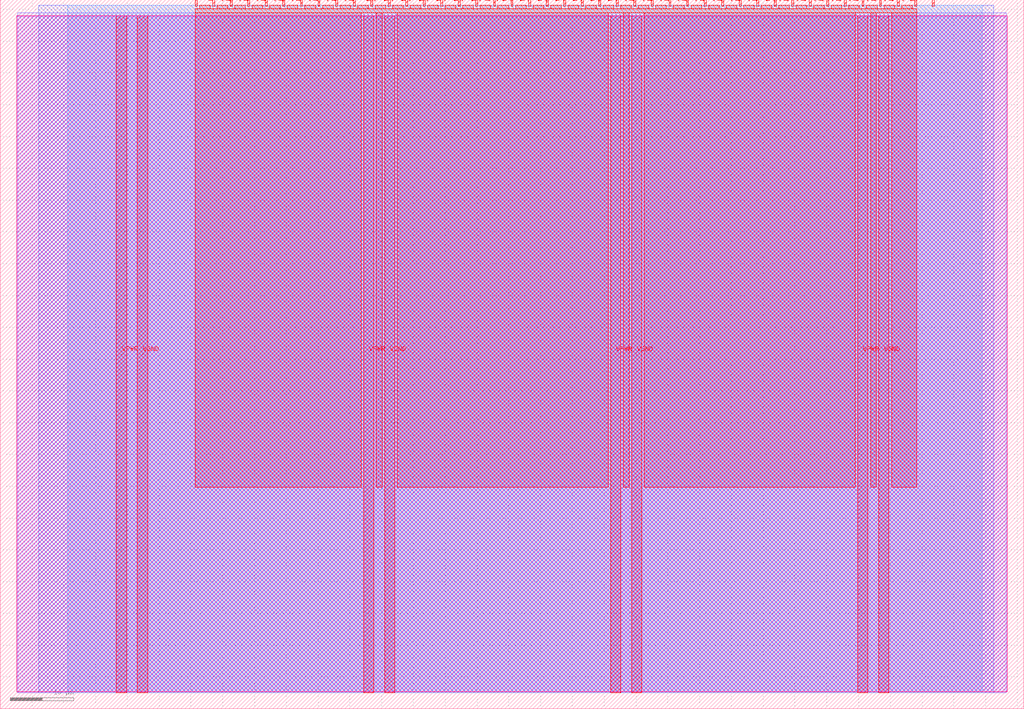
<source format=lef>
VERSION 5.7 ;
  NOWIREEXTENSIONATPIN ON ;
  DIVIDERCHAR "/" ;
  BUSBITCHARS "[]" ;
MACRO tt_um_rte_eink_driver
  CLASS BLOCK ;
  FOREIGN tt_um_rte_eink_driver ;
  ORIGIN 0.000 0.000 ;
  SIZE 161.000 BY 111.520 ;
  PIN VGND
    DIRECTION INOUT ;
    USE GROUND ;
    PORT
      LAYER met4 ;
        RECT 21.580 2.480 23.180 109.040 ;
    END
    PORT
      LAYER met4 ;
        RECT 60.450 2.480 62.050 109.040 ;
    END
    PORT
      LAYER met4 ;
        RECT 99.320 2.480 100.920 109.040 ;
    END
    PORT
      LAYER met4 ;
        RECT 138.190 2.480 139.790 109.040 ;
    END
  END VGND
  PIN VPWR
    DIRECTION INOUT ;
    USE POWER ;
    PORT
      LAYER met4 ;
        RECT 18.280 2.480 19.880 109.040 ;
    END
    PORT
      LAYER met4 ;
        RECT 57.150 2.480 58.750 109.040 ;
    END
    PORT
      LAYER met4 ;
        RECT 96.020 2.480 97.620 109.040 ;
    END
    PORT
      LAYER met4 ;
        RECT 134.890 2.480 136.490 109.040 ;
    END
  END VPWR
  PIN clk
    DIRECTION INPUT ;
    USE SIGNAL ;
    ANTENNAGATEAREA 0.852000 ;
    PORT
      LAYER met4 ;
        RECT 143.830 110.520 144.130 111.520 ;
    END
  END clk
  PIN ena
    DIRECTION INPUT ;
    USE SIGNAL ;
    PORT
      LAYER met4 ;
        RECT 146.590 110.520 146.890 111.520 ;
    END
  END ena
  PIN rst_n
    DIRECTION INPUT ;
    USE SIGNAL ;
    ANTENNAGATEAREA 0.196500 ;
    PORT
      LAYER met4 ;
        RECT 141.070 110.520 141.370 111.520 ;
    END
  END rst_n
  PIN ui_in[0]
    DIRECTION INPUT ;
    USE SIGNAL ;
    ANTENNAGATEAREA 0.196500 ;
    PORT
      LAYER met4 ;
        RECT 138.310 110.520 138.610 111.520 ;
    END
  END ui_in[0]
  PIN ui_in[1]
    DIRECTION INPUT ;
    USE SIGNAL ;
    ANTENNAGATEAREA 0.196500 ;
    PORT
      LAYER met4 ;
        RECT 135.550 110.520 135.850 111.520 ;
    END
  END ui_in[1]
  PIN ui_in[2]
    DIRECTION INPUT ;
    USE SIGNAL ;
    ANTENNAGATEAREA 0.196500 ;
    PORT
      LAYER met4 ;
        RECT 132.790 110.520 133.090 111.520 ;
    END
  END ui_in[2]
  PIN ui_in[3]
    DIRECTION INPUT ;
    USE SIGNAL ;
    ANTENNAGATEAREA 0.196500 ;
    PORT
      LAYER met4 ;
        RECT 130.030 110.520 130.330 111.520 ;
    END
  END ui_in[3]
  PIN ui_in[4]
    DIRECTION INPUT ;
    USE SIGNAL ;
    ANTENNAGATEAREA 0.196500 ;
    PORT
      LAYER met4 ;
        RECT 127.270 110.520 127.570 111.520 ;
    END
  END ui_in[4]
  PIN ui_in[5]
    DIRECTION INPUT ;
    USE SIGNAL ;
    ANTENNAGATEAREA 0.196500 ;
    PORT
      LAYER met4 ;
        RECT 124.510 110.520 124.810 111.520 ;
    END
  END ui_in[5]
  PIN ui_in[6]
    DIRECTION INPUT ;
    USE SIGNAL ;
    ANTENNAGATEAREA 0.196500 ;
    PORT
      LAYER met4 ;
        RECT 121.750 110.520 122.050 111.520 ;
    END
  END ui_in[6]
  PIN ui_in[7]
    DIRECTION INPUT ;
    USE SIGNAL ;
    ANTENNAGATEAREA 0.196500 ;
    PORT
      LAYER met4 ;
        RECT 118.990 110.520 119.290 111.520 ;
    END
  END ui_in[7]
  PIN uio_in[0]
    DIRECTION INPUT ;
    USE SIGNAL ;
    PORT
      LAYER met4 ;
        RECT 116.230 110.520 116.530 111.520 ;
    END
  END uio_in[0]
  PIN uio_in[1]
    DIRECTION INPUT ;
    USE SIGNAL ;
    PORT
      LAYER met4 ;
        RECT 113.470 110.520 113.770 111.520 ;
    END
  END uio_in[1]
  PIN uio_in[2]
    DIRECTION INPUT ;
    USE SIGNAL ;
    ANTENNAGATEAREA 0.196500 ;
    PORT
      LAYER met4 ;
        RECT 110.710 110.520 111.010 111.520 ;
    END
  END uio_in[2]
  PIN uio_in[3]
    DIRECTION INPUT ;
    USE SIGNAL ;
    PORT
      LAYER met4 ;
        RECT 107.950 110.520 108.250 111.520 ;
    END
  END uio_in[3]
  PIN uio_in[4]
    DIRECTION INPUT ;
    USE SIGNAL ;
    PORT
      LAYER met4 ;
        RECT 105.190 110.520 105.490 111.520 ;
    END
  END uio_in[4]
  PIN uio_in[5]
    DIRECTION INPUT ;
    USE SIGNAL ;
    PORT
      LAYER met4 ;
        RECT 102.430 110.520 102.730 111.520 ;
    END
  END uio_in[5]
  PIN uio_in[6]
    DIRECTION INPUT ;
    USE SIGNAL ;
    ANTENNAGATEAREA 0.196500 ;
    PORT
      LAYER met4 ;
        RECT 99.670 110.520 99.970 111.520 ;
    END
  END uio_in[6]
  PIN uio_in[7]
    DIRECTION INPUT ;
    USE SIGNAL ;
    PORT
      LAYER met4 ;
        RECT 96.910 110.520 97.210 111.520 ;
    END
  END uio_in[7]
  PIN uio_oe[0]
    DIRECTION OUTPUT ;
    USE SIGNAL ;
    PORT
      LAYER met4 ;
        RECT 49.990 110.520 50.290 111.520 ;
    END
  END uio_oe[0]
  PIN uio_oe[1]
    DIRECTION OUTPUT ;
    USE SIGNAL ;
    ANTENNADIFFAREA 0.445500 ;
    PORT
      LAYER met4 ;
        RECT 47.230 110.520 47.530 111.520 ;
    END
  END uio_oe[1]
  PIN uio_oe[2]
    DIRECTION OUTPUT ;
    USE SIGNAL ;
    PORT
      LAYER met4 ;
        RECT 44.470 110.520 44.770 111.520 ;
    END
  END uio_oe[2]
  PIN uio_oe[3]
    DIRECTION OUTPUT ;
    USE SIGNAL ;
    PORT
      LAYER met4 ;
        RECT 41.710 110.520 42.010 111.520 ;
    END
  END uio_oe[3]
  PIN uio_oe[4]
    DIRECTION OUTPUT ;
    USE SIGNAL ;
    PORT
      LAYER met4 ;
        RECT 38.950 110.520 39.250 111.520 ;
    END
  END uio_oe[4]
  PIN uio_oe[5]
    DIRECTION OUTPUT ;
    USE SIGNAL ;
    PORT
      LAYER met4 ;
        RECT 36.190 110.520 36.490 111.520 ;
    END
  END uio_oe[5]
  PIN uio_oe[6]
    DIRECTION OUTPUT ;
    USE SIGNAL ;
    PORT
      LAYER met4 ;
        RECT 33.430 110.520 33.730 111.520 ;
    END
  END uio_oe[6]
  PIN uio_oe[7]
    DIRECTION OUTPUT ;
    USE SIGNAL ;
    PORT
      LAYER met4 ;
        RECT 30.670 110.520 30.970 111.520 ;
    END
  END uio_oe[7]
  PIN uio_out[0]
    DIRECTION OUTPUT ;
    USE SIGNAL ;
    ANTENNADIFFAREA 0.445500 ;
    PORT
      LAYER met4 ;
        RECT 72.070 110.520 72.370 111.520 ;
    END
  END uio_out[0]
  PIN uio_out[1]
    DIRECTION OUTPUT ;
    USE SIGNAL ;
    ANTENNADIFFAREA 0.445500 ;
    PORT
      LAYER met4 ;
        RECT 69.310 110.520 69.610 111.520 ;
    END
  END uio_out[1]
  PIN uio_out[2]
    DIRECTION OUTPUT ;
    USE SIGNAL ;
    PORT
      LAYER met4 ;
        RECT 66.550 110.520 66.850 111.520 ;
    END
  END uio_out[2]
  PIN uio_out[3]
    DIRECTION OUTPUT ;
    USE SIGNAL ;
    ANTENNADIFFAREA 0.445500 ;
    PORT
      LAYER met4 ;
        RECT 63.790 110.520 64.090 111.520 ;
    END
  END uio_out[3]
  PIN uio_out[4]
    DIRECTION OUTPUT ;
    USE SIGNAL ;
    ANTENNADIFFAREA 0.445500 ;
    PORT
      LAYER met4 ;
        RECT 61.030 110.520 61.330 111.520 ;
    END
  END uio_out[4]
  PIN uio_out[5]
    DIRECTION OUTPUT ;
    USE SIGNAL ;
    ANTENNADIFFAREA 0.795200 ;
    PORT
      LAYER met4 ;
        RECT 58.270 110.520 58.570 111.520 ;
    END
  END uio_out[5]
  PIN uio_out[6]
    DIRECTION OUTPUT ;
    USE SIGNAL ;
    PORT
      LAYER met4 ;
        RECT 55.510 110.520 55.810 111.520 ;
    END
  END uio_out[6]
  PIN uio_out[7]
    DIRECTION OUTPUT ;
    USE SIGNAL ;
    ANTENNADIFFAREA 0.445500 ;
    PORT
      LAYER met4 ;
        RECT 52.750 110.520 53.050 111.520 ;
    END
  END uio_out[7]
  PIN uo_out[0]
    DIRECTION OUTPUT ;
    USE SIGNAL ;
    ANTENNADIFFAREA 0.445500 ;
    PORT
      LAYER met4 ;
        RECT 94.150 110.520 94.450 111.520 ;
    END
  END uo_out[0]
  PIN uo_out[1]
    DIRECTION OUTPUT ;
    USE SIGNAL ;
    PORT
      LAYER met4 ;
        RECT 91.390 110.520 91.690 111.520 ;
    END
  END uo_out[1]
  PIN uo_out[2]
    DIRECTION OUTPUT ;
    USE SIGNAL ;
    PORT
      LAYER met4 ;
        RECT 88.630 110.520 88.930 111.520 ;
    END
  END uo_out[2]
  PIN uo_out[3]
    DIRECTION OUTPUT ;
    USE SIGNAL ;
    PORT
      LAYER met4 ;
        RECT 85.870 110.520 86.170 111.520 ;
    END
  END uo_out[3]
  PIN uo_out[4]
    DIRECTION OUTPUT ;
    USE SIGNAL ;
    PORT
      LAYER met4 ;
        RECT 83.110 110.520 83.410 111.520 ;
    END
  END uo_out[4]
  PIN uo_out[5]
    DIRECTION OUTPUT ;
    USE SIGNAL ;
    PORT
      LAYER met4 ;
        RECT 80.350 110.520 80.650 111.520 ;
    END
  END uo_out[5]
  PIN uo_out[6]
    DIRECTION OUTPUT ;
    USE SIGNAL ;
    PORT
      LAYER met4 ;
        RECT 77.590 110.520 77.890 111.520 ;
    END
  END uo_out[6]
  PIN uo_out[7]
    DIRECTION OUTPUT ;
    USE SIGNAL ;
    PORT
      LAYER met4 ;
        RECT 74.830 110.520 75.130 111.520 ;
    END
  END uo_out[7]
  OBS
      LAYER nwell ;
        RECT 2.570 2.635 158.430 108.990 ;
      LAYER li1 ;
        RECT 2.760 2.635 158.240 108.885 ;
      LAYER met1 ;
        RECT 2.760 2.480 158.240 109.440 ;
      LAYER met2 ;
        RECT 6.080 2.535 156.300 110.685 ;
      LAYER met3 ;
        RECT 10.645 2.555 154.495 110.665 ;
      LAYER met4 ;
        RECT 31.370 110.120 33.030 110.665 ;
        RECT 34.130 110.120 35.790 110.665 ;
        RECT 36.890 110.120 38.550 110.665 ;
        RECT 39.650 110.120 41.310 110.665 ;
        RECT 42.410 110.120 44.070 110.665 ;
        RECT 45.170 110.120 46.830 110.665 ;
        RECT 47.930 110.120 49.590 110.665 ;
        RECT 50.690 110.120 52.350 110.665 ;
        RECT 53.450 110.120 55.110 110.665 ;
        RECT 56.210 110.120 57.870 110.665 ;
        RECT 58.970 110.120 60.630 110.665 ;
        RECT 61.730 110.120 63.390 110.665 ;
        RECT 64.490 110.120 66.150 110.665 ;
        RECT 67.250 110.120 68.910 110.665 ;
        RECT 70.010 110.120 71.670 110.665 ;
        RECT 72.770 110.120 74.430 110.665 ;
        RECT 75.530 110.120 77.190 110.665 ;
        RECT 78.290 110.120 79.950 110.665 ;
        RECT 81.050 110.120 82.710 110.665 ;
        RECT 83.810 110.120 85.470 110.665 ;
        RECT 86.570 110.120 88.230 110.665 ;
        RECT 89.330 110.120 90.990 110.665 ;
        RECT 92.090 110.120 93.750 110.665 ;
        RECT 94.850 110.120 96.510 110.665 ;
        RECT 97.610 110.120 99.270 110.665 ;
        RECT 100.370 110.120 102.030 110.665 ;
        RECT 103.130 110.120 104.790 110.665 ;
        RECT 105.890 110.120 107.550 110.665 ;
        RECT 108.650 110.120 110.310 110.665 ;
        RECT 111.410 110.120 113.070 110.665 ;
        RECT 114.170 110.120 115.830 110.665 ;
        RECT 116.930 110.120 118.590 110.665 ;
        RECT 119.690 110.120 121.350 110.665 ;
        RECT 122.450 110.120 124.110 110.665 ;
        RECT 125.210 110.120 126.870 110.665 ;
        RECT 127.970 110.120 129.630 110.665 ;
        RECT 130.730 110.120 132.390 110.665 ;
        RECT 133.490 110.120 135.150 110.665 ;
        RECT 136.250 110.120 137.910 110.665 ;
        RECT 139.010 110.120 140.670 110.665 ;
        RECT 141.770 110.120 143.430 110.665 ;
        RECT 30.655 109.440 144.145 110.120 ;
        RECT 30.655 34.855 56.750 109.440 ;
        RECT 59.150 34.855 60.050 109.440 ;
        RECT 62.450 34.855 95.620 109.440 ;
        RECT 98.020 34.855 98.920 109.440 ;
        RECT 101.320 34.855 134.490 109.440 ;
        RECT 136.890 34.855 137.790 109.440 ;
        RECT 140.190 34.855 144.145 109.440 ;
  END
END tt_um_rte_eink_driver
END LIBRARY


</source>
